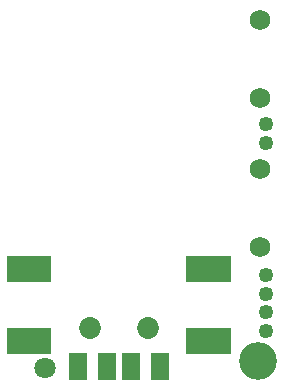
<source format=gbr>
G04 start of page 7 for group -4062 idx -4062 *
G04 Title: (unknown), soldermask *
G04 Creator: pcb 4.2.0 *
G04 CreationDate: Thu Feb 27 09:32:16 2020 UTC *
G04 For: blinken *
G04 Format: Gerber/RS-274X *
G04 PCB-Dimensions (mm): 65.00 56.00 *
G04 PCB-Coordinate-Origin: lower left *
%MOMM*%
%FSLAX43Y43*%
%LNBOTTOMMASK*%
%ADD57C,0.002*%
%ADD56C,1.800*%
%ADD55C,1.254*%
%ADD54C,3.200*%
%ADD53C,1.852*%
%ADD52C,1.752*%
G54D52*X22050Y34000D03*
Y40650D03*
Y46600D03*
Y53250D03*
G54D53*X12550Y27150D03*
X7650D03*
G54D54*X21850Y24400D03*
G54D55*X22500Y26900D03*
Y28500D03*
Y30050D03*
Y31600D03*
G54D56*X3800Y23800D03*
G54D55*X22500Y42800D03*
Y44450D03*
G54D57*G36*
X15773Y33277D02*Y31023D01*
X19527D01*
Y33277D01*
X15773D01*
G37*
G36*
X11827Y25027D02*X10323D01*
Y22773D01*
X11827D01*
Y25027D01*
G37*
G36*
X14327D02*X12823D01*
Y22773D01*
X14327D01*
Y25027D01*
G37*
G36*
X15773Y27177D02*Y24923D01*
X19527D01*
Y27177D01*
X15773D01*
G37*
G36*
X9827Y25027D02*X8323D01*
Y22773D01*
X9827D01*
Y25027D01*
G37*
G36*
X7327D02*X5823D01*
Y22773D01*
X7327D01*
Y25027D01*
G37*
G36*
X573Y33277D02*Y31023D01*
X4327D01*
Y33277D01*
X573D01*
G37*
G36*
Y27177D02*Y24923D01*
X4327D01*
Y27177D01*
X573D01*
G37*
M02*

</source>
